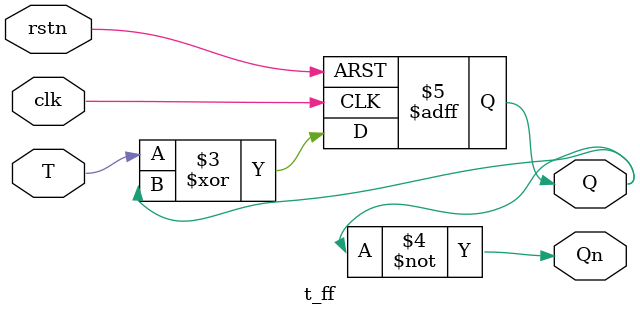
<source format=v>
module q_5_8 (
    input rstn, clk,
    output [1:0] y_out
);
    wire TA, TB;
    wire A, An, B, Bn;

    assign TA = A || B;
    assign TB = An || B;

    t_ff t_ff_A (
        .rstn (rstn),
        .clk (clk),
        .T (TA),
        .Q (A),
        .Qn (An)
    );

    t_ff t_ff_B (
        .rstn (rstn),
        .clk (clk),
        .T (TB),
        .Q (B),
        .Qn (Bn)
    );

    assign y_out = {A, B};
endmodule

module t_ff (
    input rstn, clk, T,
    output reg Q,
    output Qn
);
    always @ (posedge clk, negedge rstn)
    begin
        if (!rstn)
            Q <= 1'b0;
        else
            Q <= T ^ Q;
    end

    assign Qn = ~Q;
endmodule

</source>
